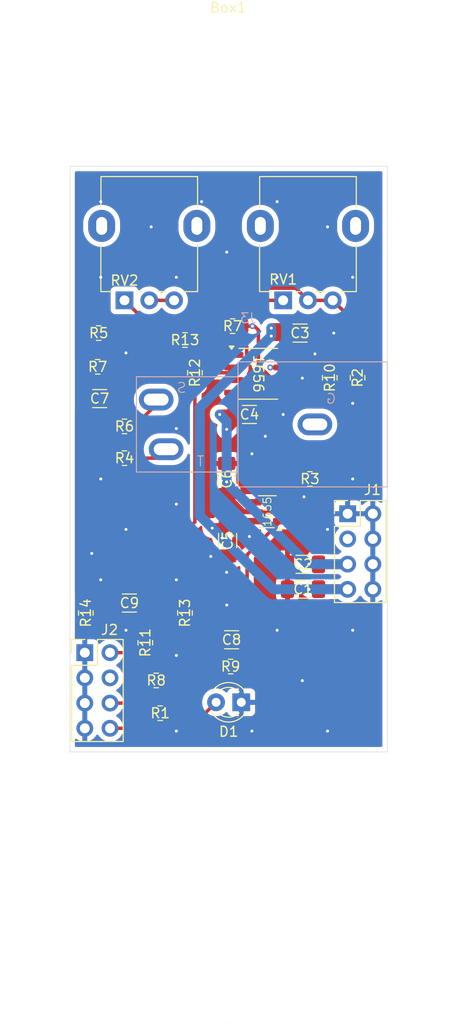
<source format=kicad_pcb>
(kicad_pcb (version 20240108) (generator "pcbnew") (generator_version "8.0")
  (layers (0 "F.Cu" jumper) (1 "In1.Cu" signal) (2 "In2.Cu" signal) (31 "B.Cu" signal) (34 "B.Paste" user) (35 "F.Paste" user) (36 "B.SilkS" user "B.Silkscreen") (37 "F.SilkS" user "F.Silkscreen") (38 "B.Mask" user) (39 "F.Mask" user) (44 "Edge.Cuts" user))
  (net 0 "")
  (net 1 "GND")
  (net 2 "VIN")
  (net 3 "+V")
  (net 4 "-V")
  (net 5 "LED")
  (net 6 "IN^{EFF}")
  (net 7 "Net-(U1B-OUT)")
  (net 8 "Net-(C7-Pad2)")
  (net 9 "Net-(C7-Pad1)")
  (net 10 "Net-(C8-Pad2)")
  (net 11 "Net-(D1-A)")
  (net 12 "Net-(C8-Pad1)")
  (net 13 "Net-(C9-Pad2)")
  (net 14 "Net-(C9-Pad1)")
  (net 15 "IN^{RAW}")
  (net 16 "OUT^{EFF}")
  (net 17 "IN^{2}")
  (net 18 "Net-(U1B--)")
  (net 19 "Net-(U1A-OUT)")
  (net 20 "Net-(U2--)")
  (net 21 "Net-(U1A--)")
  (net 22 "GND2")
  (footprint "Resistor_SMD:R_0805_2012Metric_Pad1.20x1.40mm_HandSolder" (layer "F.Cu") (at 185.6 109 -90)
    (property "Reference" "R14" (at 0 0 90) (layer "F.SilkS"))
    (property "Value" "470k")
    (pad "1" smd roundrect (at -1 0 270) (size 1.2 1.4) (layers "F.Cu" "F.Paste" "F.Mask") (roundrect_rratio 0.208333) (net 13 "Net-(C9-Pad2)"))
    (pad "2" smd roundrect (at 1 0 270) (size 1.2 1.4) (layers "F.Cu" "F.Paste" "F.Mask") (roundrect_rratio 0.208333) (net 1 "GND"))
  )
  (footprint "Resistor_SMD:R_0805_2012Metric_Pad1.20x1.40mm_HandSolder" (layer "F.Cu") (at 191.6 112 90)
    (property "Reference" "R11" (at 0 0 90) (layer "F.SilkS"))
    (property "Value" "10k")
    (pad "1" smd roundrect (at -1 0 90) (size 1.2 1.4) (layers "F.Cu" "F.Paste" "F.Mask") (roundrect_rratio 0.208333) (net 15 "IN^{RAW}"))
    (pad "2" smd roundrect (at 1 0 90) (size 1.2 1.4) (layers "F.Cu" "F.Paste" "F.Mask") (roundrect_rratio 0.208333) (net 14 "Net-(C9-Pad1)"))
  )
  (footprint "Package_TO_SOT_SMD:SOT-23-5_HandSoldering" (layer "F.Cu") (at 203.9 98.8 180)
    (property "Reference" "U2" (hide yes))
    (property "Value" "OPA1655")
    (property "Name" "1655" (at 0 0 90) (layer "F.SilkS") (effects (font (size 0.8 0.8) (thickness 0.1))))
    (pad "1" smd roundrect (at -1.35 -0.95 180) (size 1.56 0.65) (layers "F.Cu" "F.Paste" "F.Mask") (net 12 "Net-(C8-Pad1)"))
    (pad "2" smd roundrect (at -1.35 0 180) (size 1.56 0.65) (layers "F.Cu" "F.Paste" "F.Mask") (net 4 "-V"))
    (pad "3" smd roundrect (at -1.35 0.95 180) (size 1.56 0.65) (layers "F.Cu" "F.Paste" "F.Mask") (net 1 "GND"))
    (pad "4" smd roundrect (at 1.35 0.95 180) (size 1.56 0.65) (layers "F.Cu" "F.Paste" "F.Mask") (net 20 "Net-(U2--)"))
    (pad "5" smd roundrect (at 1.35 -0.95 180) (size 1.56 0.65) (layers "F.Cu" "F.Paste" "F.Mask") (net 3 "+V"))
  )
  (footprint "Capacitor_SMD:C_1206_3216Metric_Pad1.33x1.80mm_HandSolder" (layer "F.Cu") (at 190 108 180)
    (property "Reference" "C9" (at 0 0 0) (layer "F.SilkS"))
    (property "Value" "0.1uF")
    (pad "1" smd roundrect (at -1.5625 0 180) (size 1.325 1.8) (layers "F.Cu" "F.Paste" "F.Mask") (roundrect_rratio 0.188679) (net 14 "Net-(C9-Pad1)"))
    (pad "2" smd roundrect (at 1.5625 0 180) (size 1.325 1.8) (layers "F.Cu" "F.Paste" "F.Mask") (roundrect_rratio 0.188679) (net 13 "Net-(C9-Pad2)"))
  )
  (footprint "Capacitor_SMD:C_1206_3216Metric_Pad1.33x1.80mm_HandSolder" (layer "F.Cu") (at 199.8 95.5 90)
    (property "Reference" "C6" (at 0 0 90) (layer "F.SilkS"))
    (property "Value" "0.1uF")
    (pad "1" smd roundrect (at -1.5625 0 90) (size 1.325 1.8) (layers "F.Cu" "F.Paste" "F.Mask") (roundrect_rratio 0.188679) (net 4 "-V"))
    (pad "2" smd roundrect (at 1.5625 0 90) (size 1.325 1.8) (layers "F.Cu" "F.Paste" "F.Mask") (roundrect_rratio 0.188679) (net 1 "GND"))
  )
  (footprint "Capacitor_SMD:C_1206_3216Metric_Pad1.33x1.80mm_HandSolder" (layer "F.Cu") (at 207.2 80.8)
    (property "Reference" "C3" (at 0 0 0) (layer "F.SilkS"))
    (property "Value" "0.1uF")
    (pad "1" smd roundrect (at -1.5625 0) (size 1.325 1.8) (layers "F.Cu" "F.Paste" "F.Mask") (roundrect_rratio 0.188679) (net 3 "+V"))
    (pad "2" smd roundrect (at 1.5625 0) (size 1.325 1.8) (layers "F.Cu" "F.Paste" "F.Mask") (roundrect_rratio 0.188679) (net 1 "GND"))
  )
  (footprint "Resistor_SMD:R_0805_2012Metric_Pad1.20x1.40mm_HandSolder" (layer "F.Cu") (at 186.9 80.8)
    (property "Reference" "R5" (at 0 0 0) (layer "F.SilkS"))
    (property "Value" "10k")
    (pad "1" smd roundrect (at -1 0) (size 1.2 1.4) (layers "F.Cu" "F.Paste" "F.Mask") (roundrect_rratio 0.208333) (net 8 "Net-(C7-Pad2)"))
    (pad "2" smd roundrect (at 1 0) (size 1.2 1.4) (layers "F.Cu" "F.Paste" "F.Mask") (roundrect_rratio 0.208333) (net 21 "Net-(U1A--)"))
  )
  (footprint "Connector_PinHeader_2.54mm:PinHeader_2x04_P2.54mm_Vertical" (layer "F.Cu") (at 185.5 113)
    (property "Reference" "J2" (at 2.5 -2.3 0) (layer "F.SilkS"))
    (property "Value" "Conn_02x04_Odd_Even")
    (pad "1" thru_hole rect (at 0 0) (size 1.7 1.7) (drill 1) (layers "*.Cu" "*.Mask" "In3.Cu" "In4.Cu" "In5.Cu" "In6.Cu" "In7.Cu" "In8.Cu" "In9.Cu" "In10.Cu" "In11.Cu" "In12.Cu" "In13.Cu" "In14.Cu" "In15.Cu" "In16.Cu" "In17.Cu" "In18.Cu" "In19.Cu" "In20.Cu" "In21.Cu" "In22.Cu" "In23.Cu" "In24.Cu" "In25.Cu" "In26.Cu" "In27.Cu" "In28.Cu" "In29.Cu" "In30.Cu") (net 1 "GND"))
    (pad "2" thru_hole oval (at 2.54 0) (size 1.7 1.7) (drill 1) (layers "*.Cu" "*.Mask" "In3.Cu" "In4.Cu" "In5.Cu" "In6.Cu" "In7.Cu" "In8.Cu" "In9.Cu" "In10.Cu" "In11.Cu" "In12.Cu" "In13.Cu" "In14.Cu" "In15.Cu" "In16.Cu" "In17.Cu" "In18.Cu" "In19.Cu" "In20.Cu" "In21.Cu" "In22.Cu" "In23.Cu" "In24.Cu" "In25.Cu" "In26.Cu" "In27.Cu" "In28.Cu" "In29.Cu" "In30.Cu") (net 15 "IN^{RAW}"))
    (pad "3" thru_hole oval (at 0 2.54) (size 1.7 1.7) (drill 1) (layers "*.Cu" "*.Mask" "In3.Cu" "In4.Cu" "In5.Cu" "In6.Cu" "In7.Cu" "In8.Cu" "In9.Cu" "In10.Cu" "In11.Cu" "In12.Cu" "In13.Cu" "In14.Cu" "In15.Cu" "In16.Cu" "In17.Cu" "In18.Cu" "In19.Cu" "In20.Cu" "In21.Cu" "In22.Cu" "In23.Cu" "In24.Cu" "In25.Cu" "In26.Cu" "In27.Cu" "In28.Cu" "In29.Cu" "In30.Cu") (net 1 "GND"))
    (pad "4" thru_hole oval (at 2.54 2.54) (size 1.7 1.7) (drill 1) (layers "*.Cu" "*.Mask" "In3.Cu" "In4.Cu" "In5.Cu" "In6.Cu" "In7.Cu" "In8.Cu" "In9.Cu" "In10.Cu" "In11.Cu" "In12.Cu" "In13.Cu" "In14.Cu" "In15.Cu" "In16.Cu" "In17.Cu" "In18.Cu" "In19.Cu" "In20.Cu" "In21.Cu" "In22.Cu" "In23.Cu" "In24.Cu" "In25.Cu" "In26.Cu" "In27.Cu" "In28.Cu" "In29.Cu" "In30.Cu") (net 6 "IN^{EFF}"))
    (pad "5" thru_hole oval (at 0 5.08) (size 1.7 1.7) (drill 1) (layers "*.Cu" "*.Mask" "In3.Cu" "In4.Cu" "In5.Cu" "In6.Cu" "In7.Cu" "In8.Cu" "In9.Cu" "In10.Cu" "In11.Cu" "In12.Cu" "In13.Cu" "In14.Cu" "In15.Cu" "In16.Cu" "In17.Cu" "In18.Cu" "In19.Cu" "In20.Cu" "In21.Cu" "In22.Cu" "In23.Cu" "In24.Cu" "In25.Cu" "In26.Cu" "In27.Cu" "In28.Cu" "In29.Cu" "In30.Cu") (net 1 "GND"))
    (pad "6" thru_hole oval (at 2.54 5.08) (size 1.7 1.7) (drill 1) (layers "*.Cu" "*.Mask" "In3.Cu" "In4.Cu" "In5.Cu" "In6.Cu" "In7.Cu" "In8.Cu" "In9.Cu" "In10.Cu" "In11.Cu" "In12.Cu" "In13.Cu" "In14.Cu" "In15.Cu" "In16.Cu" "In17.Cu" "In18.Cu" "In19.Cu" "In20.Cu" "In21.Cu" "In22.Cu" "In23.Cu" "In24.Cu" "In25.Cu" "In26.Cu" "In27.Cu" "In28.Cu" "In29.Cu" "In30.Cu") (net 16 "OUT^{EFF}"))
    (pad "7" thru_hole oval (at 0 7.62) (size 1.7 1.7) (drill 1) (layers "*.Cu" "*.Mask" "In3.Cu" "In4.Cu" "In5.Cu" "In6.Cu" "In7.Cu" "In8.Cu" "In9.Cu" "In10.Cu" "In11.Cu" "In12.Cu" "In13.Cu" "In14.Cu" "In15.Cu" "In16.Cu" "In17.Cu" "In18.Cu" "In19.Cu" "In20.Cu" "In21.Cu" "In22.Cu" "In23.Cu" "In24.Cu" "In25.Cu" "In26.Cu" "In27.Cu" "In28.Cu" "In29.Cu" "In30.Cu") (net 1 "GND"))
    (pad "8" thru_hole oval (at 2.54 7.62) (size 1.7 1.7) (drill 1) (layers "*.Cu" "*.Mask" "In3.Cu" "In4.Cu" "In5.Cu" "In6.Cu" "In7.Cu" "In8.Cu" "In9.Cu" "In10.Cu" "In11.Cu" "In12.Cu" "In13.Cu" "In14.Cu" "In15.Cu" "In16.Cu" "In17.Cu" "In18.Cu" "In19.Cu" "In20.Cu" "In21.Cu" "In22.Cu" "In23.Cu" "In24.Cu" "In25.Cu" "In26.Cu" "In27.Cu" "In28.Cu" "In29.Cu" "In30.Cu") (net 5 "LED"))
  )
  (footprint "Connector_PinHeader_2.54mm:PinHeader_2x04_P2.54mm_Vertical" (layer "F.Cu") (at 212 99)
    (property "Reference" "J1" (at 2.5 -2.4 0) (layer "F.SilkS"))
    (property "Value" "Conn_02x04_Odd_Even")
    (pad "1" thru_hole rect (at 0 0) (size 1.7 1.7) (drill 1) (layers "*.Cu" "*.Mask" "In3.Cu" "In4.Cu" "In5.Cu" "In6.Cu" "In7.Cu" "In8.Cu" "In9.Cu" "In10.Cu" "In11.Cu" "In12.Cu" "In13.Cu" "In14.Cu" "In15.Cu" "In16.Cu" "In17.Cu" "In18.Cu" "In19.Cu" "In20.Cu" "In21.Cu" "In22.Cu" "In23.Cu" "In24.Cu" "In25.Cu" "In26.Cu" "In27.Cu" "In28.Cu" "In29.Cu" "In30.Cu") (net 1 "GND"))
    (pad "2" thru_hole oval (at 2.54 0) (size 1.7 1.7) (drill 1) (layers "*.Cu" "*.Mask" "In3.Cu" "In4.Cu" "In5.Cu" "In6.Cu" "In7.Cu" "In8.Cu" "In9.Cu" "In10.Cu" "In11.Cu" "In12.Cu" "In13.Cu" "In14.Cu" "In15.Cu" "In16.Cu" "In17.Cu" "In18.Cu" "In19.Cu" "In20.Cu" "In21.Cu" "In22.Cu" "In23.Cu" "In24.Cu" "In25.Cu" "In26.Cu" "In27.Cu" "In28.Cu" "In29.Cu" "In30.Cu") (net 1 "GND"))
    (pad "3" thru_hole oval (at 0 2.54) (size 1.7 1.7) (drill 1) (layers "*.Cu" "*.Mask" "In3.Cu" "In4.Cu" "In5.Cu" "In6.Cu" "In7.Cu" "In8.Cu" "In9.Cu" "In10.Cu" "In11.Cu" "In12.Cu" "In13.Cu" "In14.Cu" "In15.Cu" "In16.Cu" "In17.Cu" "In18.Cu" "In19.Cu" "In20.Cu" "In21.Cu" "In22.Cu" "In23.Cu" "In24.Cu" "In25.Cu" "In26.Cu" "In27.Cu" "In28.Cu" "In29.Cu" "In30.Cu") (net 2 "VIN"))
    (pad "4" thru_hole oval (at 2.54 2.54) (size 1.7 1.7) (drill 1) (layers "*.Cu" "*.Mask" "In3.Cu" "In4.Cu" "In5.Cu" "In6.Cu" "In7.Cu" "In8.Cu" "In9.Cu" "In10.Cu" "In11.Cu" "In12.Cu" "In13.Cu" "In14.Cu" "In15.Cu" "In16.Cu" "In17.Cu" "In18.Cu" "In19.Cu" "In20.Cu" "In21.Cu" "In22.Cu" "In23.Cu" "In24.Cu" "In25.Cu" "In26.Cu" "In27.Cu" "In28.Cu" "In29.Cu" "In30.Cu") (net 1 "GND"))
    (pad "5" thru_hole oval (at 0 5.08) (size 1.7 1.7) (drill 1) (layers "*.Cu" "*.Mask" "In3.Cu" "In4.Cu" "In5.Cu" "In6.Cu" "In7.Cu" "In8.Cu" "In9.Cu" "In10.Cu" "In11.Cu" "In12.Cu" "In13.Cu" "In14.Cu" "In15.Cu" "In16.Cu" "In17.Cu" "In18.Cu" "In19.Cu" "In20.Cu" "In21.Cu" "In22.Cu" "In23.Cu" "In24.Cu" "In25.Cu" "In26.Cu" "In27.Cu" "In28.Cu" "In29.Cu" "In30.Cu") (net 4 "-V"))
    (pad "6" thru_hole oval (at 2.54 5.08) (size 1.7 1.7) (drill 1) (layers "*.Cu" "*.Mask" "In3.Cu" "In4.Cu" "In5.Cu" "In6.Cu" "In7.Cu" "In8.Cu" "In9.Cu" "In10.Cu" "In11.Cu" "In12.Cu" "In13.Cu" "In14.Cu" "In15.Cu" "In16.Cu" "In17.Cu" "In18.Cu" "In19.Cu" "In20.Cu" "In21.Cu" "In22.Cu" "In23.Cu" "In24.Cu" "In25.Cu" "In26.Cu" "In27.Cu" "In28.Cu" "In29.Cu" "In30.Cu") (net 1 "GND"))
    (pad "7" thru_hole oval (at 0 7.62) (size 1.7 1.7) (drill 1) (layers "*.Cu" "*.Mask" "In3.Cu" "In4.Cu" "In5.Cu" "In6.Cu" "In7.Cu" "In8.Cu" "In9.Cu" "In10.Cu" "In11.Cu" "In12.Cu" "In13.Cu" "In14.Cu" "In15.Cu" "In16.Cu" "In17.Cu" "In18.Cu" "In19.Cu" "In20.Cu" "In21.Cu" "In22.Cu" "In23.Cu" "In24.Cu" "In25.Cu" "In26.Cu" "In27.Cu" "In28.Cu" "In29.Cu" "In30.Cu") (net 3 "+V"))
    (pad "8" thru_hole oval (at 2.54 7.62) (size 1.7 1.7) (drill 1) (layers "*.Cu" "*.Mask" "In3.Cu" "In4.Cu" "In5.Cu" "In6.Cu" "In7.Cu" "In8.Cu" "In9.Cu" "In10.Cu" "In11.Cu" "In12.Cu" "In13.Cu" "In14.Cu" "In15.Cu" "In16.Cu" "In17.Cu" "In18.Cu" "In19.Cu" "In20.Cu" "In21.Cu" "In22.Cu" "In23.Cu" "In24.Cu" "In25.Cu" "In26.Cu" "In27.Cu" "In28.Cu" "In29.Cu" "In30.Cu") (net 1 "GND"))
  )
  (footprint "Resistor_SMD:R_0805_2012Metric_Pad1.20x1.40mm_HandSolder" (layer "F.Cu") (at 200.2 114.4)
    (property "Reference" "R9" (at 0 0 0) (layer "F.SilkS"))
    (property "Value" "470k")
    (pad "1" smd roundrect (at -1 0) (size 1.2 1.4) (layers "F.Cu" "F.Paste" "F.Mask") (roundrect_rratio 0.208333) (net 10 "Net-(C8-Pad2)"))
    (pad "2" smd roundrect (at 1 0) (size 1.2 1.4) (layers "F.Cu" "F.Paste" "F.Mask") (roundrect_rratio 0.208333) (net 1 "GND"))
  )
  (footprint "Resistor_SMD:R_0805_2012Metric_Pad1.20x1.40mm_HandSolder" (layer "F.Cu") (at 192.7 115.8 180)
    (property "Reference" "R8" (at 0 0 0) (layer "F.SilkS"))
    (property "Value" "10k")
    (pad "1" smd roundrect (at -1 0 180) (size 1.2 1.4) (layers "F.Cu" "F.Paste" "F.Mask") (roundrect_rratio 0.208333) (net 10 "Net-(C8-Pad2)"))
    (pad "2" smd roundrect (at 1 0 180) (size 1.2 1.4) (layers "F.Cu" "F.Paste" "F.Mask") (roundrect_rratio 0.208333) (net 16 "OUT^{EFF}"))
  )
  (footprint "Mylib:1590A" (layer "F.Cu") (at 200 100)
    (property "Reference" "Box1" (at -0.05 -52 0) (layer "F.SilkS") (effects (font (thickness 0.1))))
    (property "Value" "1590A")
  )
  (footprint "Resistor_SMD:R_0805_2012Metric_Pad1.20x1.40mm_HandSolder" (layer "F.Cu") (at 200.4 80.1)
    (property "Reference" "R7" (at 0 0 0) (layer "F.SilkS"))
    (property "Value" "10k")
    (pad "1" smd roundrect (at -1 0) (size 1.2 1.4) (layers "F.Cu" "F.Paste" "F.Mask") (roundrect_rratio 0.208333) (net 19 "Net-(U1A-OUT)"))
    (pad "2" smd roundrect (at 1 0) (size 1.2 1.4) (layers "F.Cu" "F.Paste" "F.Mask") (roundrect_rratio 0.208333) (net 18 "Net-(U1B--)"))
  )
  (footprint "Capacitor_SMD:C_1206_3216Metric_Pad1.33x1.80mm_HandSolder" (layer "F.Cu") (at 202.1 89)
    (property "Reference" "C4" (at 0 0 0) (layer "F.SilkS"))
    (property "Value" "0.1uF")
    (pad "1" smd roundrect (at -1.5625 0) (size 1.325 1.8) (layers "F.Cu" "F.Paste" "F.Mask") (roundrect_rratio 0.188679) (net 4 "-V"))
    (pad "2" smd roundrect (at 1.5625 0) (size 1.325 1.8) (layers "F.Cu" "F.Paste" "F.Mask") (roundrect_rratio 0.188679) (net 1 "GND"))
  )
  (footprint "Resistor_SMD:R_0805_2012Metric_Pad1.20x1.40mm_HandSolder" (layer "F.Cu") (at 195.6 81.5)
    (property "Reference" "R13" (at 0 0 0) (layer "F.SilkS"))
    (property "Value" "10k")
    (pad "1" smd roundrect (at -1 0) (size 1.2 1.4) (layers "F.Cu" "F.Paste" "F.Mask") (roundrect_rratio 0.208333) (net 21 "Net-(U1A--)"))
    (pad "2" smd roundrect (at 1 0) (size 1.2 1.4) (layers "F.Cu" "F.Paste" "F.Mask") (roundrect_rratio 0.208333) (net 19 "Net-(U1A-OUT)"))
  )
  (footprint "Capacitor_SMD:C_1206_3216Metric_Pad1.33x1.80mm_HandSolder" (layer "F.Cu") (at 199.9 101.7 -90)
    (property "Reference" "C5" (at 0 0 90) (layer "F.SilkS"))
    (property "Value" "0.1uF")
    (pad "1" smd roundrect (at -1.5625 0 270) (size 1.325 1.8) (layers "F.Cu" "F.Paste" "F.Mask") (roundrect_rratio 0.188679) (net 3 "+V"))
    (pad "2" smd roundrect (at 1.5625 0 270) (size 1.325 1.8) (layers "F.Cu" "F.Paste" "F.Mask") (roundrect_rratio 0.188679) (net 1 "GND"))
  )
  (footprint "Resistor_SMD:R_0805_2012Metric_Pad1.20x1.40mm_HandSolder" (layer "F.Cu") (at 213 85.3 -90)
    (property "Reference" "R2" (at 0 0 90) (layer "F.SilkS"))
    (property "Value" "10k")
    (pad "1" smd roundrect (at -1 0 270) (size 1.2 1.4) (layers "F.Cu" "F.Paste" "F.Mask") (roundrect_rratio 0.208333) (net 19 "Net-(U1A-OUT)"))
    (pad "2" smd roundrect (at 1 0 270) (size 1.2 1.4) (layers "F.Cu" "F.Paste" "F.Mask") (roundrect_rratio 0.208333) (net 20 "Net-(U2--)"))
  )
  (footprint "LED_THT:LED_D3.0mm" (layer "F.Cu") (at 201.275 118 180)
    (property "Reference" "D1" (at 1.27 -2.96 180) (layer "F.SilkS"))
    (property "Value" "LED")
    (pad "1" thru_hole rect (at 0 0 180) (size 1.8 1.8) (drill 0.9) (layers "*.Cu" "*.Mask" "In3.Cu" "In4.Cu" "In5.Cu" "In6.Cu" "In7.Cu" "In8.Cu" "In9.Cu" "In10.Cu" "In11.Cu" "In12.Cu" "In13.Cu" "In14.Cu" "In15.Cu" "In16.Cu" "In17.Cu" "In18.Cu" "In19.Cu" "In20.Cu" "In21.Cu" "In22.Cu" "In23.Cu" "In24.Cu" "In25.Cu" "In26.Cu" "In27.Cu" "In28.Cu" "In29.Cu" "In30.Cu") (net 1 "GND"))
    (pad "2" thru_hole circle (at 2.54 0 180) (size 1.8 1.8) (drill 0.9) (layers "*.Cu" "*.Mask" "In3.Cu" "In4.Cu" "In5.Cu" "In6.Cu" "In7.Cu" "In8.Cu" "In9.Cu" "In10.Cu" "In11.Cu" "In12.Cu" "In13.Cu" "In14.Cu" "In15.Cu" "In16.Cu" "In17.Cu" "In18.Cu" "In19.Cu" "In20.Cu" "In21.Cu" "In22.Cu" "In23.Cu" "In24.Cu" "In25.Cu" "In26.Cu" "In27.Cu" "In28.Cu" "In29.Cu" "In30.Cu") (net 11 "Net-(D1-A)"))
  )
  (footprint "Resistor_SMD:R_0805_2012Metric_Pad1.20x1.40mm_HandSolder" (layer "F.Cu") (at 189.5 90.2)
    (property "Reference" "R6" (at 0 0 0) (layer "F.SilkS"))
    (property "Value" "1M0")
    (pad "1" smd roundrect (at -1 0) (size 1.2 1.4) (layers "F.Cu" "F.Paste" "F.Mask") (roundrect_rratio 0.208333) (net 9 "Net-(C7-Pad1)"))
    (pad "2" smd roundrect (at 1 0) (size 1.2 1.4) (layers "F.Cu" "F.Paste" "F.Mask") (roundrect_rratio 0.208333) (net 22 "GND2"))
  )
  (footprint "Potentiometer_THT:Potentiometer_Alpha_RD901F-40-00D_Single_Vertical" (layer "F.Cu") (at 189.5 77.5 90)
    (property "Reference" "RV2" (at 2 0 180) (layer "F.SilkS"))
    (property "Value" "A25k")
    (pad "" thru_hole oval (at 7.5 -2.3 180) (size 2.72 3.24) (drill oval 1.1 1.8) (layers "*.Cu" "*.Mask" "In3.Cu" "In4.Cu" "In5.Cu" "In6.Cu" "In7.Cu" "In8.Cu" "In9.Cu" "In10.Cu" "In11.Cu" "In12.Cu" "In13.Cu" "In14.Cu" "In15.Cu" "In16.Cu" "In17.Cu" "In18.Cu" "In19.Cu" "In20.Cu" "In21.Cu" "In22.Cu" "In23.Cu" "In24.Cu" "In25.Cu" "In26.Cu" "In27.Cu" "In28.Cu" "In29.Cu" "In30.Cu"))
    (pad "" thru_hole oval (at 7.5 7.3 180) (size 2.72 3.24) (drill oval 1.1 1.8) (layers "*.Cu" "*.Mask" "In3.Cu" "In4.Cu" "In5.Cu" "In6.Cu" "In7.Cu" "In8.Cu" "In9.Cu" "In10.Cu" "In11.Cu" "In12.Cu" "In13.Cu" "In14.Cu" "In15.Cu" "In16.Cu" "In17.Cu" "In18.Cu" "In19.Cu" "In20.Cu" "In21.Cu" "In22.Cu" "In23.Cu" "In24.Cu" "In25.Cu" "In26.Cu" "In27.Cu" "In28.Cu" "In29.Cu" "In30.Cu"))
    (pad "1" thru_hole rect (at 0 0 180) (size 1.8 1.8) (drill 1) (layers "*.Cu" "*.Mask" "In3.Cu" "In4.Cu" "In5.Cu" "In6.Cu" "In7.Cu" "In8.Cu" "In9.Cu" "In10.Cu" "In11.Cu" "In12.Cu" "In13.Cu" "In14.Cu" "In15.Cu" "In16.Cu" "In17.Cu" "In18.Cu" "In19.Cu" "In20.Cu" "In21.Cu" "In22.Cu" "In23.Cu" "In24.Cu" "In25.Cu" "In26.Cu" "In27.Cu" "In28.Cu" "In29.Cu" "In30.Cu") (net 18 "Net-(U1B--)"))
    (pad "2" thru_hole circle (at 0 2.5 180) (size 1.8 1.8) (drill 1) (layers "*.Cu" "*.Mask" "In3.Cu" "In4.Cu" "In5.Cu" "In6.Cu" "In7.Cu" "In8.Cu" "In9.Cu" "In10.Cu" "In11.Cu" "In12.Cu" "In13.Cu" "In14.Cu" "In15.Cu" "In16.Cu" "In17.Cu" "In18.Cu" "In19.Cu" "In20.Cu" "In21.Cu" "In22.Cu" "In23.Cu" "In24.Cu" "In25.Cu" "In26.Cu" "In27.Cu" "In28.Cu" "In29.Cu" "In30.Cu") (net 7 "Net-(U1B-OUT)"))
    (pad "3" thru_hole circle (at 0 5 180) (size 1.8 1.8) (drill 1) (layers "*.Cu" "*.Mask" "In3.Cu" "In4.Cu" "In5.Cu" "In6.Cu" "In7.Cu" "In8.Cu" "In9.Cu" "In10.Cu" "In11.Cu" "In12.Cu" "In13.Cu" "In14.Cu" "In15.Cu" "In16.Cu" "In17.Cu" "In18.Cu" "In19.Cu" "In20.Cu" "In21.Cu" "In22.Cu" "In23.Cu" "In24.Cu" "In25.Cu" "In26.Cu" "In27.Cu" "In28.Cu" "In29.Cu" "In30.Cu") (net 7 "Net-(U1B-OUT)"))
  )
  (footprint "Potentiometer_THT:Potentiometer_Alpha_RD901F-40-00D_Single_Vertical" (layer "F.Cu") (at 205.5 77.5 90)
    (property "Reference" "RV1" (at 2.1 0 180) (layer "F.SilkS"))
    (property "Value" "A25k")
    (pad "" thru_hole oval (at 7.5 -2.3 180) (size 2.72 3.24) (drill oval 1.1 1.8) (layers "*.Cu" "*.Mask" "In3.Cu" "In4.Cu" "In5.Cu" "In6.Cu" "In7.Cu" "In8.Cu" "In9.Cu" "In10.Cu" "In11.Cu" "In12.Cu" "In13.Cu" "In14.Cu" "In15.Cu" "In16.Cu" "In17.Cu" "In18.Cu" "In19.Cu" "In20.Cu" "In21.Cu" "In22.Cu" "In23.Cu" "In24.Cu" "In25.Cu" "In26.Cu" "In27.Cu" "In28.Cu" "In29.Cu" "In30.Cu"))
    (pad "" thru_hole oval (at 7.5 7.3 180) (size 2.72 3.24) (drill oval 1.1 1.8) (layers "*.Cu" "*.Mask" "In3.Cu" "In4.Cu" "In5.Cu" "In6.Cu" "In7.Cu" "In8.Cu" "In9.Cu" "In10.Cu" "In11.Cu" "In12.Cu" "In13.Cu" "In14.Cu" "In15.Cu" "In16.Cu" "In17.Cu" "In18.Cu" "In19.Cu" "In20.Cu" "In21.Cu" "In22.Cu" "In23.Cu" "In24.Cu" "In25.Cu" "In26.Cu" "In27.Cu" "In28.Cu" "In29.Cu" "In30.Cu"))
    (pad "1" thru_hole rect (at 0 0 180) (size 1.8 1.8) (drill 1) (layers "*.Cu" "*.Mask" "In3.Cu" "In4.Cu" "In5.Cu" "In6.Cu" "In7.Cu" "In8.Cu" "In9.Cu" "In10.Cu" "In11.Cu" "In12.Cu" "In13.Cu" "In14.Cu" "In15.Cu" "In16.Cu" "In17.Cu" "In18.Cu" "In19.Cu" "In20.Cu" "In21.Cu" "In22.Cu" "In23.Cu" "In24.Cu" "In25.Cu" "In26.Cu" "In27.Cu" "In28.Cu" "In29.Cu" "In30.Cu") (net 21 "Net-(U1A--)"))
    (pad "2" thru_hole circle (at 0 2.5 180) (size 1.8 1.8) (drill 1) (layers "*.Cu" "*.Mask" "In3.Cu" "In4.Cu" "In5.Cu" "In6.Cu" "In7.Cu" "In8.Cu" "In9.Cu" "In10.Cu" "In11.Cu" "In12.Cu" "In13.Cu" "In14.Cu" "In15.Cu" "In16.Cu" "In17.Cu" "In18.Cu" "In19.Cu" "In20.Cu" "In21.Cu" "In22.Cu" "In23.Cu" "In24.Cu" "In25.Cu" "In26.Cu" "In27.Cu" "In28.Cu" "In29.Cu" "In30.Cu") (net 19 "Net-(U1A-OUT)"))
    (pad "3" thru_hole circle (at 0 5 180) (size 1.8 1.8) (drill 1) (layers "*.Cu" "*.Mask" "In3.Cu" "In4.Cu" "In5.Cu" "In6.Cu" "In7.Cu" "In8.Cu" "In9.Cu" "In10.Cu" "In11.Cu" "In12.Cu" "In13.Cu" "In14.Cu" "In15.Cu" "In16.Cu" "In17.Cu" "In18.Cu" "In19.Cu" "In20.Cu" "In21.Cu" "In22.Cu" "In23.Cu" "In24.Cu" "In25.Cu" "In26.Cu" "In27.Cu" "In28.Cu" "In29.Cu" "In30.Cu") (net 19 "Net-(U1A-OUT)"))
  )
  (footprint "Resistor_SMD:R_0805_2012Metric_Pad1.20x1.40mm_HandSolder" (layer "F.Cu") (at 189.5 93.4 180)
    (property "Reference" "R4" (at 0 0 0) (layer "F.SilkS"))
    (property "Value" "10k")
    (pad "1" smd roundrect (at -1 0 180) (size 1.2 1.4) (layers "F.Cu" "F.Paste" "F.Mask") (roundrect_rratio 0.208333) (net 17 "IN^{2}"))
    (pad "2" smd roundrect (at 1 0 180) (size 1.2 1.4) (layers "F.Cu" "F.Paste" "F.Mask") (roundrect_rratio 0.208333) (net 9 "Net-(C7-Pad1)"))
  )
  (footprint "Package_SO:SOIC-8_3.9x4.9mm_P1.27mm" (layer "F.Cu") (at 203 84.9)
    (property "Reference" "U1" (hide yes))
    (property "Value" "OPA1656")
    (property "Name" "1656" (at 0 0 -90) (layer "F.SilkS"))
    (pad "1" smd roundrect (at -2.475 -1.905) (size 1.95 0.6) (layers "F.Cu" "F.Paste" "F.Mask") (net 19 "Net-(U1A-OUT)"))
    (pad "2" smd roundrect (at -2.475 -0.635) (size 1.95 0.6) (layers "F.Cu" "F.Paste" "F.Mask") (net 21 "Net-(U1A--)"))
    (pad "3" smd roundrect (at -2.475 0.635) (size 1.95 0.6) (layers "F.Cu" "F.Paste" "F.Mask") (net 1 "GND"))
    (pad "4" smd roundrect (at -2.475 1.905) (size 1.95 0.6) (layers "F.Cu" "F.Paste" "F.Mask") (net 4 "-V"))
    (pad "5" smd roundrect (at 2.475 1.905) (size 1.95 0.6) (layers "F.Cu" "F.Paste" "F.Mask") (net 1 "GND"))
    (pad "6" smd roundrect (at 2.475 0.635) (size 1.95 0.6) (layers "F.Cu" "F.Paste" "F.Mask") (net 18 "Net-(U1B--)"))
    (pad "7" smd roundrect (at 2.475 -0.635) (size 1.95 0.6) (layers "F.Cu" "F.Paste" "F.Mask") (net 7 "Net-(U1B-OUT)"))
    (pad "8" smd roundrect (at 2.475 -1.905) (size 1.95 0.6) (layers "F.Cu" "F.Paste" "F.Mask") (net 3 "+V"))
  )
  (footprint "Resistor_SMD:R_0805_2012Metric_Pad1.20x1.40mm_HandSolder" (layer "F.Cu") (at 208.2 95.5)
    (property "Reference" "R3" (at 0 0 0) (layer "F.SilkS"))
    (property "Value" "10k")
    (pad "1" smd roundrect (at -1 0) (size 1.2 1.4) (layers "F.Cu" "F.Paste" "F.Mask") (roundrect_rratio 0.208333) (net 20 "Net-(U2--)"))
    (pad "2" smd roundrect (at 1 0) (size 1.2 1.4) (layers "F.Cu" "F.Paste" "F.Mask") (roundrect_rratio 0.208333) (net 12 "Net-(C8-Pad1)"))
  )
  (footprint "Resistor_SMD:R_0805_2012Metric_Pad1.20x1.40mm_HandSolder" (layer "F.Cu") (at 210.2 85.3 -90)
    (property "Reference" "R10" (at 0 0 90) (layer "F.SilkS"))
    (property "Value" "10k")
    (pad "1" smd roundrect (at -1 0 270) (size 1.2 1.4) (layers "F.Cu" "F.Paste" "F.Mask") (roundrect_rratio 0.208333) (net 7 "Net-(U1B-OUT)"))
    (pad "2" smd roundrect (at 1 0 270) (size 1.2 1.4) (layers "F.Cu" "F.Paste" "F.Mask") (roundrect_rratio 0.208333) (net 20 "Net-(U2--)"))
  )
  (footprint "Capacitor_SMD:C_1206_3216Metric_Pad1.33x1.80mm_HandSolder" (layer "F.Cu") (at 207.5 104.1 180)
    (property "Reference" "C2" (at 0 0 0) (layer "F.SilkS"))
    (property "Value" "10uF")
    (pad "1" smd roundrect (at -1.5625 0 180) (size 1.325 1.8) (layers "F.Cu" "F.Paste" "F.Mask") (roundrect_rratio 0.188679) (net 4 "-V"))
    (pad "2" smd roundrect (at 1.5625 0 180) (size 1.325 1.8) (layers "F.Cu" "F.Paste" "F.Mask") (roundrect_rratio 0.188679) (net 1 "GND"))
  )
  (footprint "Capacitor_SMD:C_1206_3216Metric_Pad1.33x1.80mm_HandSolder" (layer "F.Cu") (at 200.3 111.7 180)
    (property "Reference" "C8" (at 0 0 0) (layer "F.SilkS"))
    (property "Value" "1uF")
    (pad "1" smd roundrect (at -1.5625 0 180) (size 1.325 1.8) (layers "F.Cu" "F.Paste" "F.Mask") (roundrect_rratio 0.188679) (net 12 "Net-(C8-Pad1)"))
    (pad "2" smd roundrect (at 1.5625 0 180) (size 1.325 1.8) (layers "F.Cu" "F.Paste" "F.Mask") (roundrect_rratio 0.188679) (net 10 "Net-(C8-Pad2)"))
  )
  (footprint "Resistor_SMD:R_0805_2012Metric_Pad1.20x1.40mm_HandSolder" (layer "F.Cu") (at 196.6 84.8 90)
    (property "Reference" "R12" (at 0 0 90) (layer "F.SilkS"))
    (property "Value" "10k")
    (pad "1" smd roundrect (at -1 0 90) (size 1.2 1.4) (layers "F.Cu" "F.Paste" "F.Mask") (roundrect_rratio 0.208333) (net 13 "Net-(C9-Pad2)"))
    (pad "2" smd roundrect (at 1 0 90) (size 1.2 1.4) (layers "F.Cu" "F.Paste" "F.Mask") (roundrect_rratio 0.208333) (net 18 "Net-(U1B--)"))
  )
  (footprint "Resistor_SMD:R_0805_2012Metric_Pad1.20x1.40mm_HandSolder" (layer "F.Cu") (at 195.6 109 -90)
    (property "Reference" "R13" (at 0 0 90) (layer "F.SilkS"))
    (property "Value" "1M0")
    (pad "1" smd roundrect (at -1 0 270) (size 1.2 1.4) (layers "F.Cu" "F.Paste" "F.Mask") (roundrect_rratio 0.208333) (net 14 "Net-(C9-Pad1)"))
    (pad "2" smd roundrect (at 1 0 270) (size 1.2 1.4) (layers "F.Cu" "F.Paste" "F.Mask") (roundrect_rratio 0.208333) (net 1 "GND"))
  )
  (footprint "Resistor_SMD:R_0805_2012Metric_Pad1.20x1.40mm_HandSolder" (layer "F.Cu") (at 193.1 119.1)
    (property "Reference" "R1" (at 0 0 0) (layer "F.SilkS"))
    (property "Value" "10k")
    (pad "1" smd roundrect (at -1 0) (size 1.2 1.4) (layers "F.Cu" "F.Paste" "F.Mask") (roundrect_rratio 0.208333) (net 5 "LED"))
    (pad "2" smd roundrect (at 1 0) (size 1.2 1.4) (layers "F.Cu" "F.Paste" "F.Mask") (roundrect_rratio 0.208333) (net 11 "Net-(D1-A)"))
  )
  (footprint "Resistor_SMD:R_0805_2012Metric_Pad1.20x1.40mm_HandSolder" (layer "F.Cu") (at 186.8 84.2)
    (property "Reference" "R7" (at 0 0 0) (layer "F.SilkS"))
    (property "Value" "470k")
    (pad "1" smd roundrect (at -1 0) (size 1.2 1.4) (layers "F.Cu" "F.Paste" "F.Mask") (roundrect_rratio 0.208333) (net 8 "Net-(C7-Pad2)"))
    (pad "2" smd roundrect (at 1 0) (size 1.2 1.4) (layers "F.Cu" "F.Paste" "F.Mask") (roundrect_rratio 0.208333) (net 1 "GND"))
  )
  (footprint "Capacitor_SMD:C_1206_3216Metric_Pad1.33x1.80mm_HandSolder" (layer "F.Cu") (at 187 87.4 180)
    (property "Reference" "C7" (at 0 0 0) (layer "F.SilkS"))
    (property "Value" "0.1uF")
    (pad "1" smd roundrect (at -1.5625 0 180) (size 1.325 1.8) (layers "F.Cu" "F.Paste" "F.Mask") (roundrect_rratio 0.188679) (net 9 "Net-(C7-Pad1)"))
    (pad "2" smd roundrect (at 1.5625 0 180) (size 1.325 1.8) (layers "F.Cu" "F.Paste" "F.Mask") (roundrect_rratio 0.188679) (net 8 "Net-(C7-Pad2)"))
  )
  (footprint "Capacitor_SMD:C_1206_3216Metric_Pad1.33x1.80mm_HandSolder" (layer "F.Cu") (at 207.5 106.6 180)
    (property "Reference" "C1" (at 0 0 0) (layer "F.SilkS"))
    (property "Value" "10uF")
    (pad "1" smd roundrect (at -1.5625 0 180) (size 1.325 1.8) (layers "F.Cu" "F.Paste" "F.Mask") (roundrect_rratio 0.188679) (net 3 "+V"))
    (pad "2" smd roundrect (at 1.5625 0 180) (size 1.325 1.8) (layers "F.Cu" "F.Paste" "F.Mask") (roundrect_rratio 0.188679) (net 1 "GND"))
  )
  (footprint "Mylib:CK-6.35" (layer "B.Cu") (at 203.2 90 180)
    (property "Reference" "J3" (at 1.2 10.7 0) (layer "B.SilkS") (effects (font (thickness 0.1)) (justify mirror)))
    (property "Value" "AudioJack2_Ground")
    (fp_text user "G" (at -7.7 2 0) (layer "B.SilkS") (effects (font (thickness 0.1)) (justify left bottom mirror)))
    (fp_text user "T" (at 5.6 -4.3 0) (layer "B.SilkS") (effects (font (thickness 0.1)) (justify left bottom mirror)))
    (fp_text user "S" (at 7.4 3.1 0) (layer "B.SilkS") (effects (font (thickness 0.1)) (justify left bottom mirror)))
    (pad "G" thru_hole oval (at -5.5 0 180) (size 3.5 2.2) (drill oval 2.5 1.2) (layers "*.Cu" "*.Mask" "In3.Cu" "In4.Cu" "In5.Cu" "In6.Cu" "In7.Cu" "In8.Cu" "In9.Cu" "In10.Cu" "In11.Cu" "In12.Cu" "In13.Cu" "In14.Cu" "In15.Cu" "In16.Cu" "In17.Cu" "In18.Cu" "In19.Cu" "In20.Cu" "In21.Cu" "In22.Cu" "In23.Cu" "In24.Cu" "In25.Cu" "In26.Cu" "In27.Cu" "In28.Cu" "In29.Cu" "In30.Cu") (net 22 "GND2"))
    (pad "S" thru_hole oval (at 10.5 2.5 180) (size 3.5 2.2) (drill oval 2.5 1.2) (layers "*.Cu" "*.Mask" "In3.Cu" "In4.Cu" "In5.Cu" "In6.Cu" "In7.Cu" "In8.Cu" "In9.Cu" "In10.Cu" "In11.Cu" "In12.Cu" "In13.Cu" "In14.Cu" "In15.Cu" "In16.Cu" "In17.Cu" "In18.Cu" "In19.Cu" "In20.Cu" "In21.Cu" "In22.Cu" "In23.Cu" "In24.Cu" "In25.Cu" "In26.Cu" "In27.Cu" "In28.Cu" "In29.Cu" "In30.Cu") (net 22 "GND2"))
    (pad "T" thru_hole oval (at 9.5 -2.5 180) (size 3.5 2.2) (drill oval 2.5 1.2) (layers "*.Cu" "*.Mask" "In3.Cu" "In4.Cu" "In5.Cu" "In6.Cu" "In7.Cu" "In8.Cu" "In9.Cu" "In10.Cu" "In11.Cu" "In12.Cu" "In13.Cu" "In14.Cu" "In15.Cu" "In16.Cu" "In17.Cu" "In18.Cu" "In19.Cu" "In20.Cu" "In21.Cu" "In22.Cu" "In23.Cu" "In24.Cu" "In25.Cu" "In26.Cu" "In27.Cu" "In28.Cu" "In29.Cu" "In30.Cu") (net 17 "IN^{2}"))
  )
  (gr_rect (start 184 64) (end 216 123) (stroke (width 0.05)) (fill none) (layer "Edge.Cuts"))
  (via (at 208.7 82.9) (size 0.6) (drill 0.3) (layers "F.Cu" "B.Cu") (net 1))
  (via (at 194.73 113.2795) (size 0.6) (drill 0.3) (layers "F.Cu" "B.Cu") (net 1))
  (via (at 204.89 67.5595) (size 0.6) (drill 0.3) (layers "F.Cu" "B.Cu") (net 1))
  (via (at 189.65 82.7995) (size 0.6) (drill 0.3) (layers "F.Cu" "B.Cu") (net 1))
  (via (at 209.97 120.8995) (size 0.6) (drill 0.3) (layers "F.Cu" "B.Cu") (net 1))
  (via (at 207.6 97.3) (size 0.6) (drill 0.3) (layers "F.Cu" "B.Cu") (net 1))
  (via (at 204.89 75.1795) (size 0.6) (drill 0.3) (layers "F.Cu" "B.Cu") (net 1))
  (via (at 194.73 75.1795) (size 0.6) (drill 0.3) (layers "F.Cu" "B.Cu") (net 1))
  (via (at 202.35 92.9595) (size 0.6) (drill 0.3) (layers "F.Cu" "B.Cu") (net 1))
  (via (at 187.11 105.6595) (size 0.6) (drill 0.3) (layers "F.Cu" "B.Cu") (net 1))
  (via (at 212.51 95.4995) (size 0.6) (drill 0.3) (layers "F.Cu" "B.Cu") (net 1))
  (via (at 189.65 100.5795) (size 0.6) (drill 0.3) (layers "F.Cu" "B.Cu") (net 1))
  (via (at 199.81 108.1995) (size 0.6) (drill 0.3) (layers "F.Cu" "B.Cu") (net 1))
  (via (at 186.2 103) (size 0.6) (drill 0.3) (layers "F.Cu" "B.Cu") (net 1))
  (via (at 198.2 103.3) (size 0.6) (drill 0.3) (layers "F.Cu" "B.Cu") (net 1))
  (via (at 197.27 67.5595) (size 0.6) (drill 0.3) (layers "F.Cu" "B.Cu") (net 1))
  (via (at 194.73 98.0395) (size 0.6) (drill 0.3) (layers "F.Cu" "B.Cu") (net 1))
  (via (at 209.97 70.0995) (size 0.6) (drill 0.3) (layers "F.Cu" "B.Cu") (net 1))
  (via (at 199.8 104.9) (size 0.6) (drill 0.3) (layers "F.Cu" "B.Cu") (net 1))
  (via (at 205.5 89) (size 0.6) (drill 0.3) (layers "F.Cu" "B.Cu") (net 1))
  (via (at 207.43 115.8195) (size 0.6) (drill 0.3) (layers "F.Cu" "B.Cu") (net 1))
  (via (at 203.7 91.2) (size 0.6) (drill 0.3) (layers "F.Cu" "B.Cu") (net 1))
  (via (at 209.97 100.5795) (size 0.6) (drill 0.3) (layers "F.Cu" "B.Cu") (net 1))
  (via (at 212.51 110.7395) (size 0.6) (drill 0.3) (layers "F.Cu" "B.Cu") (net 1))
  (via (at 192.19 70.0995) (size 0.6) (drill 0.3) (layers "F.Cu" "B.Cu") (net 1))
  (via (at 207.43 85.3395) (size 0.6) (drill 0.3) (layers "F.Cu" "B.Cu") (net 1))
  (via (at 194.73 90.4195) (size 0.6) (drill 0.3) (layers "F.Cu" "B.Cu") (net 1))
  (via (at 212.51 75.1795) (size 0.6) (drill 0.3) (layers "F.Cu" "B.Cu") (net 1))
  (via (at 187.11 67.5595) (size 0.6) (drill 0.3) (layers "F.Cu" "B.Cu") (net 1))
  (via (at 189.65 110.7395) (size 0.6) (drill 0.3) (layers "F.Cu" "B.Cu") (net 1))
  (via (at 187.11 75.1795) (size 0.6) (drill 0.3) (layers "F.Cu" "B.Cu") (net 1))
  (via (at 194.73 105.6595) (size 0.6) (drill 0.3) (layers "F.Cu" "B.Cu") (net 1))
  (via (at 212.51 87.8795) (size 0.6) (drill 0.3) (layers "F.Cu" "B.Cu") (net 1))
  (via (at 202.1 101.3) (size 0.6) (drill 0.3) (layers "F.Cu" "B.Cu") (net 1))
  (via (at 199.81 72.6395) (size 0.6) (drill 0.3) (layers "F.Cu" "B.Cu") (net 1))
  (via (at 187.11 95.4995) (size 0.6) (drill 0.3) (layers "F.Cu" "B.Cu") (net 1))
  (via (at 202.35 120.8995) (size 0.6) (drill 0.3) (layers "F.Cu" "B.Cu") (net 1))
  (via (at 194.73 120.8995) (size 0.6) (drill 0.3) (layers "F.Cu" "B.Cu") (net 1))
  (via (at 210.6 80.8) (size 0.6) (drill 0.3) (layers "F.Cu" "B.Cu") (net 1))
  (via (at 204.89 110.7395) (size 0.6) (drill 0.3) (layers "F.Cu" "B.Cu") (net 1))
  (segment (start 198.35 100.45) (end 199.5875 100.45) (width 1) (layer "F.Cu") (net 3))
  (segment (start 204.3 81.1) (end 205.3375 81.1) (width 1) (layer "F.Cu") (net 3))
  (segment (start 205.6375 82.8325) (end 205.475 82.995) (width 0.35) (layer "F.Cu") (net 3))
  (segment (start 211.98 106.6) (end 212 106.62) (width 0.5) (layer "F.Cu") (net 3))
  (segment (start 199.5875 100.45) (end 199.9 100.1375) (width 1) (layer "F.Cu") (net 3))
  (segment (start 199.35 101.45) (end 199.35 100.6875) (width 1) (layer "F.Cu") (net 3))
  (segment (start 205.6375 80.8) (end 205.6375 82.8325) (width 0.5) (layer "F.Cu") (net 3))
  (segment (start 199.35 100.6875) (end 199.9 100.1375) (width 1) (layer "F.Cu") (net 3))
  (segment (start 205.3375 81.1) (end 205.6375 80.8) (width 1) (layer "F.Cu") (net 3))
  (segment (start 204.3 80.3) (end 205.1375 80.3) (width 1) (layer "F.Cu") (net 3))
  (segment (start 202.55 99.75) (end 200.2875 99.75) (width 0.5) (layer "F.Cu") (net 3))
  (segment (start 209.0625 106.6) (end 211.98 106.6) (width 1) (layer "F.Cu") (net 3))
  (segment (start 200.2875 99.75) (end 199.9 100.1375) (width 0.5) (layer "F.Cu") (net 3))
  (segment (start 205.1375 80.3) (end 205.6375 80.8) (width 1) (layer "F.Cu") (net 3))
  (via (at 208.1 106.62) (size 0.6) (drill 0.3) (layers "F.Cu" "B.Cu") (net 3))
  (via (at 198.35 100.45) (size 0.6) (drill 0.3) (layers "F.Cu" "B.Cu") (net 3))
  (via (at 199.35 101.45) (size 0.6) (drill 0.3) (layers "F.Cu" "B.Cu") (net 3))
  (via (at 204.3 81.1) (size 0.6) (drill 0.3) (layers "F.Cu" "B.Cu") (net 3))
  (via (at 204.3 80.3) (size 0.6) (drill 0.3) (layers "F.Cu" "B.Cu") (net 3))
  (segment (start 204.52 106.62) (end 208.1 106.62) (width 1) (layer "B.Cu") (net 3))
  (segment (start 204.3 81.1) (end 204.3 80.3) (width 1) (layer "B.Cu") (net 3))
  (segment (start 198.35 100.45) (end 197.1 99.2) (width 1) (layer "B.Cu") (net 3))
  (segment (start 199.35 101.45) (end 204.52 106.62) (width 1) (layer "B.Cu") (net 3))
  (segment (start 199.35 101.45) (end 198.35 100.45) (width 1) (layer "B.Cu") (net 3))
  (segment (start 197.1 99.2) (end 197.1 88.3) (width 1) (layer "B.Cu") (net 3))
  (segment (start 208.1 106.62) (end 212 106.62) (width 1) (layer "B.Cu") (net 3))
  (segment (start 197.1 88.3) (end 204.3 81.1) (width 1) (layer "B.Cu") (net 3))
  (segment (start 199.1 89) (end 200.5375 89) (width 1) (layer "F.Cu") (net 4))
  (segment (start 211.98 104.1) (end 212 104.08) (width 0.5) (layer "F.Cu") (net 4))
  (segment (start 209.0625 104.1) (end 211.98 104.1) (width 1) (layer "F.Cu") (net 4))
  (segment (start 200.5375 89) (end 200.5375 86.8175) (width 0.5) (layer "F.Cu") (net 4))
  (segment (start 201.5375 98.8) (end 199.8 97.0625) (width 0.5) (layer "F.Cu") (net 4))
  (segment (start 200.6 89.7) (end 200.6 89.0625) (width 1) (layer "F.Cu") (net 4))
  (segment (start 199.8 90.5) (end 200.6 89.7) (width 1) (layer "F.Cu") (net 4))
  (segment (start 199.8 95.8) (end 199.8 97.0625) (width 1) (layer "F.Cu") (net 4))
  (segment (start 205.25 98.8) (end 201.5375 98.8) (width 0.5) (layer "F.Cu") (net 4))
  (via (at 208.1 104.08) (size 0.6) (drill 0.3) (layers "F.Cu" "B.Cu") (net 4))
  (via (at 199.8 95.8) (size 0.6) (drill 0.3) (layers "F.Cu" "B.Cu") (net 4))
  (via (at 199.8 90.5) (size 0.6) (drill 0.3) (layers "F.Cu" "B.Cu") (net 4))
  (via (at 199.1 89) (size 0.6) (drill 0.3) (layers "F.Cu" "B.Cu") (net 4))
  (segment (start 199.8 89.7) (end 199.1 89) (width 1) (layer "B.Cu") (net 4))
  (segment (start 199.8 90.5) (end 199.8 95.9) (width 1) (layer "B.Cu") (net 4))
  (segment (start 199.8 90.5) (end 199.8 89.7) (width 1) (layer "B.Cu") (net 4))
  (segment (start 207.98 104.08) (end 208.1 104.08) (width 1) (layer "B.Cu") (net 4))
  (segment (start 208.1 104.08) (end 212 104.08) (width 1) (layer "B.Cu") (net 4))
  (segment (start 199.8 95.9) (end 207.98 104.08) (width 1) (layer "B.Cu") (net 4))
  (segment (start 190.58 120.62) (end 192.1 119.1) (width 0.35) (layer "F.Cu") (net 5))
  (segment (start 190.58 120.62) (end 188.04 120.62) (width 0.35) (layer "F.Cu") (net 5))
  (segment (start 204.2 84.265) (end 210.165 84.265) (width 0.35) (layer "F.Cu") (net 7))
  (segment (start 210.165 84.265) (end 210.2 84.3) (width 0.35) (layer "F.Cu") (net 7))
  (segment (start 192 77.5) (end 194.5 77.5) (width 0.35) (layer "F.Cu") (net 7))
  (via (at 204.2 84.265) (size 0.6) (drill 0.3) (layers "F.Cu" "B.Cu") (net 7))
  (segment (start 185.4375 87.4) (end 185.4375 84.5625) (width 0.35) (layer "F.Cu") (net 8))
  (segment (start 185.8 84.2) (end 185.8 80.9) (width 0.35) (layer "F.Cu") (net 8))
  (segment (start 188.5 93.4) (end 188.5 90.2) (width 0.35) (layer "F.Cu") (net 9))
  (segment (start 188.5 90.2) (end 188.5 87.4625) (width 0.35) (layer "F.Cu") (net 9))
  (segment (start 198.7375 111.7) (end 198.7375 113.9375) (width 0.35) (layer "F.Cu") (net 10))
  (segment (start 194.6375 115.8) (end 198.7375 111.7) (width 0.35) (layer "F.Cu") (net 10))
  (segment (start 198.7375 113.9375) (end 199.2 114.4) (width 0.35) (layer "F.Cu") (net 10))
  (segment (start 193.7 115.8) (end 194.6375 115.8) (width 0.35) (layer "F.Cu") (net 10))
  (segment (start 194.1 119.1) (end 197.635 119.1) (width 0.35) (layer "F.Cu") (net 11))
  (segment (start 197.635 119.1) (end 198.735 118) (width 0.35) (layer "F.Cu") (net 11))
  (segment (start 207.15 99.75) (end 205.25 99.75) (width 0.35) (layer "F.Cu") (net 12))
  (segment (start 209.2 95.5) (end 209.2 97.7) (width 0.35) (layer "F.Cu") (net 12))
  (segment (start 205.25 99.75) (end 201.8625 103.1375) (width 0.35) (layer "F.Cu") (net 12))
  (segment (start 209.2 97.7) (end 207.15 99.75) (width 0.35) (layer "F.Cu") (net 12))
  (segment (start 201.8625 103.1375) (end 201.8625 111.7) (width 0.35) (layer "F.Cu") (net 12))
  (segment (start 196.6 99.8375) (end 196.6 85.8) (width 0.35) (layer "F.Cu") (net 13))
  (segment (start 188.4375 108) (end 196.6 99.8375) (width 0.35) (layer "F.Cu") (net 13))
  (segment (start 185.6 108) (end 188.4375 108) (width 0.35) (layer "F.Cu") (net 13))
  (segment (start 191.5625 108) (end 195.6 108) (width 0.35) (layer "F.Cu") (net 14))
  (segment (start 191.6 111) (end 191.6 108.0375) (width 0.35) (layer "F.Cu") (net 14))
  (segment (start 188.04 113) (end 191.6 113) (width 0.35) (layer "F.Cu") (net 15))
  (segment (start 188.04 118.08) (end 189.42 118.08) (width 0.35) (layer "F.Cu") (net 16))
  (segment (start 189.42 118.08) (end 191.7 115.8) (width 0.35) (layer "F.Cu") (net 16))
  (segment (start 190.5 93.4) (end 192.8 93.4) (width 0.35) (layer "F.Cu") (net 17))
  (segment (start 192.8 93.4) (end 193.7 92.5) (width 0.35) (layer "F.Cu") (net 17))
  (segment (start 202.4 80.1) (end 202.6 80.1) (width 0.35) (layer "F.Cu") (net 18))
  (segment (start 196.6 83.8) (end 195.6 82.8) (width 0.35) (layer "F.Cu") (net 18))
  (segment (start 195.6 80.7) (end 194 79.1) (width 0.35) (layer "F.Cu") (net 18))
  (segment (start 194 79.1) (end 191.1 79.1) (width 0.35) (layer "F.Cu") (net 18))
  (segment (start 195.6 82.8) (end 195.6 80.7) (width 0.35) (layer "F.Cu") (net 18))
  (segment (start 202.6 80.1) (end 203 80.5) (width 0.35) (layer "F.Cu") (net 18))
  (segment (start 203 84.034999) (end 204.500001 85.535) (width 0.35) (layer "F.Cu") (net 18))
  (segment (start 203 80.5) (end 203 84.034999) (width 0.35) (layer "F.Cu") (net 18))
  (segment (start 191.1 79.1) (end 189.5 77.5) (width 0.35) (layer "F.Cu") (net 18))
  (segment (start 201.4 80.1) (end 202.4 80.1) (width 0.35) (layer "F.Cu") (net 18))
  (segment (start 204.500001 85.535) (end 205.475 85.535) (width 0.35) (layer "F.Cu") (net 18))
  (via (at 202.4 80.1) (size 0.6) (drill 0.3) (layers "F.Cu" "B.Cu") (net 18))
  (segment (start 199.6 82.07) (end 199.6 80.3) (width 0.35) (layer "F.Cu") (net 19))
  (segment (start 199.4 80.1) (end 199.4 79.692894) (width 0.35) (layer "F.Cu") (net 19))
  (segment (start 199.4 79.692894) (end 202.817894 76.275) (width 0.35) (layer "F.Cu") (net 19))
  (segment (start 198 81.5) (end 199.4 80.1) (width 0.35) (layer "F.Cu") (net 19))
  (segment (start 206.775 76.275) (end 208 77.5) (width 0.35) (layer "F.Cu") (net 19))
  (segment (start 208 77.5) (end 210.5 77.5) (width 0.35) (layer "F.Cu") (net 19))
  (segment (start 202.817894 76.275) (end 206.775 76.275) (width 0.35) (layer "F.Cu") (net 19))
  (segment (start 199.6 80.3) (end 199.4 80.1) (width 0.35) (layer "F.Cu") (net 19))
  (segment (start 213 80) (end 210.5 77.5) (width 0.35) (layer "F.Cu") (net 19))
  (segment (start 200.525 82.995) (end 199.6 82.07) (width 0.35) (layer "F.Cu") (net 19))
  (segment (start 196.6 81.5) (end 198 81.5) (width 0.35) (layer "F.Cu") (net 19))
  (segment (start 213 84.3) (end 213 80) (width 0.35) (layer "F.Cu") (net 19))
  (segment (start 210.2 86.3) (end 213 86.3) (width 0.35) (layer "F.Cu") (net 20))
  (segment (start 206.9 95.8) (end 204.6 95.8) (width 0.35) (layer "F.Cu") (net 20))
  (segment (start 210.2 86.3) (end 211.4 87.5) (width 0.35) (layer "F.Cu") (net 20))
  (segment (start 211.4 91.3) (end 207.2 95.5) (width 0.35) (layer "F.Cu") (net 20))
  (segment (start 204.6 95.8) (end 202.55 97.85) (width 0.35) (layer "F.Cu") (net 20))
  (segment (start 211.4 87.5) (end 211.4 91.3) (width 0.35) (layer "F.Cu") (net 20))
  (segment (start 207.2 95.5) (end 206.9 95.8) (width 0.35) (layer "F.Cu") (net 20))
  (segment (start 200.525 84.265) (end 199.99 84.8) (width 0.35) (layer "F.Cu") (net 21))
  (segment (start 199.99 84.8) (end 195.8 84.8) (width 0.35) (layer "F.Cu") (net 21))
  (segment (start 201.825 82.1451) (end 200.4 80.7201) (width 0.35) (layer "F.Cu") (net 21))
  (segment (start 200.4 80.7201) (end 200.4 79.4) (width 0.35) (layer "F.Cu") (net 21))
  (segment (start 202.3 77.5) (end 205.5 77.5) (width 0.35) (layer "F.Cu") (net 21))
  (segment (start 200.4 79.4) (end 202.3 77.5) (width 0.35) (layer "F.Cu") (net 21))
  (segment (start 200.905908 84.265) (end 201.825 83.345908) (width 0.35) (layer "F.Cu") (net 21))
  (segment (start 187.9 80.8) (end 193.9 80.8) (width 0.35) (layer "F.Cu") (net 21))
  (segment (start 193.9 80.8) (end 194.55 81.45) (width 0.35) (layer "F.Cu") (net 21))
  (segment (start 194.55 81.45) (end 194.6 81.5) (width 0.35) (layer "F.Cu") (net 21))
  (segment (start 195.8 84.8) (end 194.6 83.6) (width 0.35) (layer "F.Cu") (net 21))
  (segment (start 201.825 83.345908) (end 201.825 82.1451) (width 0.35) (layer "F.Cu") (net 21))
  (segment (start 194.6 83.6) (end 194.6 81.5) (width 0.35) (layer "F.Cu") (net 21))
  (segment (start 200.525 84.265) (end 200.905908 84.265) (width 0.35) (layer "F.Cu") (net 21))
  (segment (start 190.5 90.2) (end 192.7 88) (width 0.35) (layer "F.Cu") (net 22))
  (zone (net 1) (net_name "GND") (layers "F.Cu" "In1.Cu" "In2.Cu" "B.Cu") (connect_pads (clearance 0.5)) (min_thickness 0.25) (fill yes (thermal_gap 0.5) (thermal_bridge_width 0.5) (smoothing fillet) (radius 1))
    (polygon (pts (xy 180.8 53.7) (xy 219.3 53.7) (xy 219.3 146.3) (xy 180.8 146.4)))
  )
)
</source>
